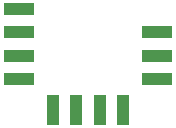
<source format=gtp>
%TF.GenerationSoftware,KiCad,Pcbnew,(5.1.10)-1*%
%TF.CreationDate,2021-11-22T17:18:02+01:00*%
%TF.ProjectId,termostat,7465726d-6f73-4746-9174-2e6b69636164,rev?*%
%TF.SameCoordinates,Original*%
%TF.FileFunction,Paste,Top*%
%TF.FilePolarity,Positive*%
%FSLAX46Y46*%
G04 Gerber Fmt 4.6, Leading zero omitted, Abs format (unit mm)*
G04 Created by KiCad (PCBNEW (5.1.10)-1) date 2021-11-22 17:18:02*
%MOMM*%
%LPD*%
G01*
G04 APERTURE LIST*
%ADD10R,2.500000X1.000000*%
%ADD11R,1.000000X2.500000*%
G04 APERTURE END LIST*
D10*
X153280000Y-83010000D03*
X153280000Y-85010000D03*
X153280000Y-87010000D03*
X153280000Y-89010000D03*
D11*
X156130000Y-91610000D03*
X158130000Y-91610000D03*
X160130000Y-91610000D03*
X162130000Y-91610000D03*
D10*
X164980000Y-89010000D03*
X164980000Y-87010000D03*
X164980000Y-85010000D03*
M02*

</source>
